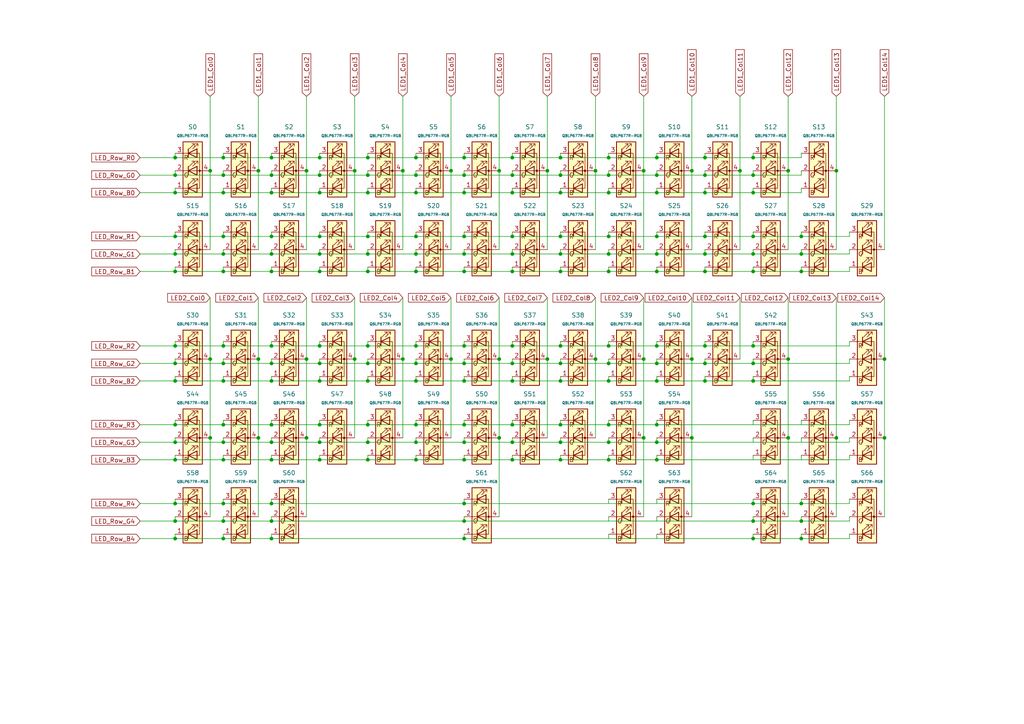
<source format=kicad_sch>
(kicad_sch (version 20211123) (generator eeschema)
  (paper "A4")
  (junction (at 120.65 105.41))
  (junction (at 74.93 127))
  (junction (at 148.59 78.74))
  (junction (at 200.66 104.14))
  (junction (at 228.6 127))
  (junction (at 78.74 78.74))
  (junction (at 204.47 50.8))
  (junction (at 148.59 128.27))
  (junction (at 74.93 49.53))
  (junction (at 88.9 127))
  (junction (at 176.53 110.49))
  (junction (at 134.62 151.13))
  (junction (at 50.8 100.33))
  (junction (at 204.47 100.33))
  (junction (at 106.68 50.8))
  (junction (at 232.41 151.13))
  (junction (at 102.87 104.14))
  (junction (at 214.63 49.53))
  (junction (at 162.56 100.33))
  (junction (at 218.44 55.88))
  (junction (at 190.5 68.58))
  (junction (at 92.71 78.74))
  (junction (at 116.84 49.53))
  (junction (at 218.44 105.41))
  (junction (at 242.57 49.53))
  (junction (at 232.41 78.74))
  (junction (at 60.96 127))
  (junction (at 148.59 110.49))
  (junction (at 92.71 45.72))
  (junction (at 50.8 146.05))
  (junction (at 64.77 100.33))
  (junction (at 106.68 133.35))
  (junction (at 218.44 151.13))
  (junction (at 162.56 78.74))
  (junction (at 148.59 55.88))
  (junction (at 218.44 73.66))
  (junction (at 50.8 151.13))
  (junction (at 134.62 110.49))
  (junction (at 176.53 68.58))
  (junction (at 106.68 78.74))
  (junction (at 50.8 128.27))
  (junction (at 64.77 151.13))
  (junction (at 134.62 50.8))
  (junction (at 120.65 68.58))
  (junction (at 190.5 78.74))
  (junction (at 162.56 45.72))
  (junction (at 120.65 123.19))
  (junction (at 64.77 128.27))
  (junction (at 162.56 110.49))
  (junction (at 232.41 68.58))
  (junction (at 50.8 45.72))
  (junction (at 242.57 127))
  (junction (at 120.65 50.8))
  (junction (at 92.71 68.58))
  (junction (at 148.59 100.33))
  (junction (at 106.68 73.66))
  (junction (at 78.74 123.19))
  (junction (at 74.93 104.14))
  (junction (at 162.56 128.27))
  (junction (at 60.96 49.53))
  (junction (at 190.5 73.66))
  (junction (at 64.77 105.41))
  (junction (at 176.53 50.8))
  (junction (at 162.56 50.8))
  (junction (at 158.75 49.53))
  (junction (at 64.77 68.58))
  (junction (at 204.47 78.74))
  (junction (at 78.74 50.8))
  (junction (at 134.62 78.74))
  (junction (at 162.56 73.66))
  (junction (at 162.56 68.58))
  (junction (at 204.47 45.72))
  (junction (at 162.56 133.35))
  (junction (at 190.5 45.72))
  (junction (at 78.74 45.72))
  (junction (at 92.71 133.35))
  (junction (at 78.74 68.58))
  (junction (at 218.44 110.49))
  (junction (at 106.68 123.19))
  (junction (at 134.62 68.58))
  (junction (at 172.72 49.53))
  (junction (at 64.77 133.35))
  (junction (at 218.44 100.33))
  (junction (at 106.68 55.88))
  (junction (at 92.71 55.88))
  (junction (at 218.44 68.58))
  (junction (at 204.47 105.41))
  (junction (at 190.5 128.27))
  (junction (at 176.53 105.41))
  (junction (at 120.65 73.66))
  (junction (at 218.44 50.8))
  (junction (at 120.65 55.88))
  (junction (at 120.65 110.49))
  (junction (at 50.8 156.21))
  (junction (at 78.74 151.13))
  (junction (at 204.47 55.88))
  (junction (at 130.81 49.53))
  (junction (at 134.62 156.21))
  (junction (at 204.47 68.58))
  (junction (at 50.8 68.58))
  (junction (at 218.44 146.05))
  (junction (at 256.54 104.14))
  (junction (at 130.81 104.14))
  (junction (at 92.71 123.19))
  (junction (at 134.62 123.19))
  (junction (at 134.62 100.33))
  (junction (at 148.59 68.58))
  (junction (at 92.71 73.66))
  (junction (at 78.74 105.41))
  (junction (at 64.77 55.88))
  (junction (at 200.66 49.53))
  (junction (at 106.68 45.72))
  (junction (at 218.44 156.21))
  (junction (at 148.59 105.41))
  (junction (at 176.53 45.72))
  (junction (at 144.78 127))
  (junction (at 64.77 156.21))
  (junction (at 200.66 127))
  (junction (at 176.53 73.66))
  (junction (at 186.69 49.53))
  (junction (at 176.53 128.27))
  (junction (at 64.77 78.74))
  (junction (at 144.78 104.14))
  (junction (at 172.72 104.14))
  (junction (at 50.8 123.19))
  (junction (at 176.53 100.33))
  (junction (at 64.77 50.8))
  (junction (at 92.71 100.33))
  (junction (at 148.59 73.66))
  (junction (at 134.62 133.35))
  (junction (at 64.77 123.19))
  (junction (at 88.9 49.53))
  (junction (at 134.62 146.05))
  (junction (at 88.9 104.14))
  (junction (at 162.56 123.19))
  (junction (at 232.41 73.66))
  (junction (at 148.59 50.8))
  (junction (at 162.56 105.41))
  (junction (at 50.8 105.41))
  (junction (at 78.74 156.21))
  (junction (at 50.8 55.88))
  (junction (at 190.5 100.33))
  (junction (at 102.87 49.53))
  (junction (at 176.53 55.88))
  (junction (at 134.62 45.72))
  (junction (at 78.74 146.05))
  (junction (at 106.68 110.49))
  (junction (at 106.68 105.41))
  (junction (at 78.74 73.66))
  (junction (at 120.65 78.74))
  (junction (at 190.5 110.49))
  (junction (at 64.77 73.66))
  (junction (at 92.71 128.27))
  (junction (at 106.68 128.27))
  (junction (at 232.41 156.21))
  (junction (at 116.84 104.14))
  (junction (at 176.53 133.35))
  (junction (at 176.53 123.19))
  (junction (at 64.77 146.05))
  (junction (at 190.5 105.41))
  (junction (at 92.71 110.49))
  (junction (at 50.8 73.66))
  (junction (at 228.6 104.14))
  (junction (at 218.44 45.72))
  (junction (at 158.75 104.14))
  (junction (at 144.78 49.53))
  (junction (at 50.8 133.35))
  (junction (at 134.62 55.88))
  (junction (at 148.59 45.72))
  (junction (at 92.71 50.8))
  (junction (at 186.69 127))
  (junction (at 120.65 133.35))
  (junction (at 148.59 123.19))
  (junction (at 120.65 45.72))
  (junction (at 190.5 50.8))
  (junction (at 106.68 68.58))
  (junction (at 176.53 78.74))
  (junction (at 204.47 110.49))
  (junction (at 120.65 128.27))
  (junction (at 204.47 73.66))
  (junction (at 64.77 45.72))
  (junction (at 232.41 146.05))
  (junction (at 78.74 128.27))
  (junction (at 162.56 55.88))
  (junction (at 190.5 123.19))
  (junction (at 218.44 78.74))
  (junction (at 148.59 133.35))
  (junction (at 120.65 100.33))
  (junction (at 60.96 104.14))
  (junction (at 78.74 110.49))
  (junction (at 134.62 128.27))
  (junction (at 134.62 105.41))
  (junction (at 50.8 50.8))
  (junction (at 50.8 110.49))
  (junction (at 50.8 78.74))
  (junction (at 78.74 55.88))
  (junction (at 134.62 73.66))
  (junction (at 190.5 55.88))
  (junction (at 78.74 100.33))
  (junction (at 78.74 133.35))
  (junction (at 228.6 49.53))
  (junction (at 106.68 100.33))
  (junction (at 64.77 110.49))
  (junction (at 92.71 105.41))
  (junction (at 186.69 104.14))
  (junction (at 190.5 133.35))
  (junction (at 256.54 127))
  (wire (pts (xy 162.56 110.49) (xy 176.53 110.49)))
  (wire (pts (xy 176.53 68.58) (xy 176.53 67.31)))
  (wire (pts (xy 92.71 133.35) (xy 106.68 133.35)))
  (wire (pts (xy 134.62 68.58) (xy 148.59 68.58)))
  (wire (pts (xy 78.74 68.58) (xy 78.74 67.31)))
  (wire (pts (xy 106.68 55.88) (xy 120.65 55.88)))
  (wire (pts (xy 246.38 110.49) (xy 246.38 109.22)))
  (wire (pts (xy 204.47 54.61) (xy 204.47 55.88)))
  (wire (pts (xy 232.41 44.45) (xy 232.41 45.72)))
  (wire (pts (xy 130.81 86.36) (xy 130.81 104.14)))
  (wire (pts (xy 190.5 133.35) (xy 190.5 132.08)))
  (wire (pts (xy 162.56 133.35) (xy 162.56 132.08)))
  (wire (pts (xy 162.56 44.45) (xy 162.56 45.72)))
  (wire (pts (xy 92.71 78.74) (xy 106.68 78.74)))
  (wire (pts (xy 120.65 110.49) (xy 134.62 110.49)))
  (wire (pts (xy 50.8 105.41) (xy 64.77 105.41)))
  (wire (pts (xy 134.62 110.49) (xy 148.59 110.49)))
  (wire (pts (xy 176.53 123.19) (xy 190.5 123.19)))
  (wire (pts (xy 148.59 78.74) (xy 148.59 77.47)))
  (wire (pts (xy 200.66 127) (xy 200.66 149.86)))
  (wire (pts (xy 218.44 55.88) (xy 232.41 55.88)))
  (wire (pts (xy 106.68 68.58) (xy 106.68 67.31)))
  (wire (pts (xy 106.68 100.33) (xy 106.68 99.06)))
  (wire (pts (xy 120.65 127) (xy 120.65 128.27)))
  (wire (pts (xy 92.71 105.41) (xy 106.68 105.41)))
  (wire (pts (xy 92.71 55.88) (xy 106.68 55.88)))
  (wire (pts (xy 148.59 68.58) (xy 148.59 67.31)))
  (wire (pts (xy 120.65 73.66) (xy 134.62 73.66)))
  (wire (pts (xy 228.6 104.14) (xy 228.6 127)))
  (wire (pts (xy 162.56 54.61) (xy 162.56 55.88)))
  (wire (pts (xy 64.77 100.33) (xy 78.74 100.33)))
  (wire (pts (xy 120.65 68.58) (xy 120.65 67.31)))
  (wire (pts (xy 148.59 68.58) (xy 162.56 68.58)))
  (wire (pts (xy 134.62 100.33) (xy 134.62 99.06)))
  (wire (pts (xy 232.41 78.74) (xy 246.38 78.74)))
  (wire (pts (xy 190.5 133.35) (xy 246.38 133.35)))
  (wire (pts (xy 190.5 78.74) (xy 204.47 78.74)))
  (wire (pts (xy 246.38 105.41) (xy 246.38 104.14)))
  (wire (pts (xy 144.78 127) (xy 144.78 149.86)))
  (wire (pts (xy 232.41 49.53) (xy 232.41 50.8)))
  (wire (pts (xy 148.59 110.49) (xy 162.56 110.49)))
  (wire (pts (xy 60.96 49.53) (xy 60.96 72.39)))
  (wire (pts (xy 172.72 27.94) (xy 172.72 49.53)))
  (wire (pts (xy 204.47 100.33) (xy 204.47 99.06)))
  (wire (pts (xy 162.56 45.72) (xy 176.53 45.72)))
  (wire (pts (xy 92.71 68.58) (xy 92.71 67.31)))
  (wire (pts (xy 64.77 151.13) (xy 78.74 151.13)))
  (wire (pts (xy 176.53 49.53) (xy 176.53 50.8)))
  (wire (pts (xy 40.64 45.72) (xy 50.8 45.72)))
  (wire (pts (xy 78.74 123.19) (xy 92.71 123.19)))
  (wire (pts (xy 92.71 133.35) (xy 92.71 132.08)))
  (wire (pts (xy 134.62 105.41) (xy 148.59 105.41)))
  (wire (pts (xy 218.44 156.21) (xy 218.44 154.94)))
  (wire (pts (xy 218.44 105.41) (xy 246.38 105.41)))
  (wire (pts (xy 190.5 73.66) (xy 190.5 72.39)))
  (wire (pts (xy 162.56 104.14) (xy 162.56 105.41)))
  (wire (pts (xy 162.56 73.66) (xy 176.53 73.66)))
  (wire (pts (xy 120.65 123.19) (xy 134.62 123.19)))
  (wire (pts (xy 204.47 104.14) (xy 204.47 105.41)))
  (wire (pts (xy 218.44 45.72) (xy 232.41 45.72)))
  (wire (pts (xy 218.44 44.45) (xy 218.44 45.72)))
  (wire (pts (xy 116.84 49.53) (xy 116.84 72.39)))
  (wire (pts (xy 232.41 151.13) (xy 246.38 151.13)))
  (wire (pts (xy 148.59 44.45) (xy 148.59 45.72)))
  (wire (pts (xy 144.78 27.94) (xy 144.78 49.53)))
  (wire (pts (xy 218.44 100.33) (xy 218.44 99.06)))
  (wire (pts (xy 162.56 123.19) (xy 176.53 123.19)))
  (wire (pts (xy 176.53 104.14) (xy 176.53 105.41)))
  (wire (pts (xy 148.59 50.8) (xy 162.56 50.8)))
  (wire (pts (xy 64.77 78.74) (xy 78.74 78.74)))
  (wire (pts (xy 218.44 151.13) (xy 232.41 151.13)))
  (wire (pts (xy 78.74 50.8) (xy 92.71 50.8)))
  (wire (pts (xy 134.62 73.66) (xy 148.59 73.66)))
  (wire (pts (xy 78.74 110.49) (xy 78.74 109.22)))
  (wire (pts (xy 134.62 73.66) (xy 134.62 72.39)))
  (wire (pts (xy 64.77 123.19) (xy 64.77 121.92)))
  (wire (pts (xy 176.53 55.88) (xy 190.5 55.88)))
  (wire (pts (xy 218.44 54.61) (xy 218.44 55.88)))
  (wire (pts (xy 60.96 104.14) (xy 60.96 127)))
  (wire (pts (xy 88.9 49.53) (xy 88.9 72.39)))
  (wire (pts (xy 78.74 156.21) (xy 78.74 154.94)))
  (wire (pts (xy 176.53 54.61) (xy 176.53 55.88)))
  (wire (pts (xy 246.38 151.13) (xy 246.38 149.86)))
  (wire (pts (xy 64.77 110.49) (xy 64.77 109.22)))
  (wire (pts (xy 74.93 86.36) (xy 74.93 104.14)))
  (wire (pts (xy 204.47 50.8) (xy 218.44 50.8)))
  (wire (pts (xy 88.9 127) (xy 88.9 149.86)))
  (wire (pts (xy 190.5 68.58) (xy 190.5 67.31)))
  (wire (pts (xy 120.65 100.33) (xy 134.62 100.33)))
  (wire (pts (xy 176.53 68.58) (xy 190.5 68.58)))
  (wire (pts (xy 232.41 78.74) (xy 232.41 77.47)))
  (wire (pts (xy 148.59 128.27) (xy 162.56 128.27)))
  (wire (pts (xy 92.71 123.19) (xy 106.68 123.19)))
  (wire (pts (xy 134.62 45.72) (xy 148.59 45.72)))
  (wire (pts (xy 120.65 44.45) (xy 120.65 45.72)))
  (wire (pts (xy 134.62 78.74) (xy 148.59 78.74)))
  (wire (pts (xy 74.93 127) (xy 74.93 149.86)))
  (wire (pts (xy 40.64 123.19) (xy 50.8 123.19)))
  (wire (pts (xy 246.38 100.33) (xy 246.38 99.06)))
  (wire (pts (xy 50.8 78.74) (xy 50.8 77.47)))
  (wire (pts (xy 162.56 78.74) (xy 162.56 77.47)))
  (wire (pts (xy 92.71 73.66) (xy 92.71 72.39)))
  (wire (pts (xy 148.59 123.19) (xy 162.56 123.19)))
  (wire (pts (xy 134.62 127) (xy 134.62 128.27)))
  (wire (pts (xy 242.57 49.53) (xy 242.57 72.39)))
  (wire (pts (xy 50.8 100.33) (xy 64.77 100.33)))
  (wire (pts (xy 106.68 133.35) (xy 120.65 133.35)))
  (wire (pts (xy 246.38 156.21) (xy 246.38 154.94)))
  (wire (pts (xy 134.62 133.35) (xy 148.59 133.35)))
  (wire (pts (xy 218.44 149.86) (xy 218.44 151.13)))
  (wire (pts (xy 256.54 104.14) (xy 256.54 127)))
  (wire (pts (xy 176.53 100.33) (xy 176.53 99.06)))
  (wire (pts (xy 148.59 49.53) (xy 148.59 50.8)))
  (wire (pts (xy 78.74 100.33) (xy 78.74 99.06)))
  (wire (pts (xy 92.71 123.19) (xy 92.71 121.92)))
  (wire (pts (xy 92.71 68.58) (xy 106.68 68.58)))
  (wire (pts (xy 148.59 123.19) (xy 148.59 121.92)))
  (wire (pts (xy 64.77 49.53) (xy 64.77 50.8)))
  (wire (pts (xy 92.71 128.27) (xy 106.68 128.27)))
  (wire (pts (xy 106.68 110.49) (xy 106.68 109.22)))
  (wire (pts (xy 190.5 144.78) (xy 190.5 146.05)))
  (wire (pts (xy 190.5 68.58) (xy 204.47 68.58)))
  (wire (pts (xy 176.53 127) (xy 176.53 128.27)))
  (wire (pts (xy 130.81 27.94) (xy 130.81 49.53)))
  (wire (pts (xy 78.74 105.41) (xy 92.71 105.41)))
  (wire (pts (xy 162.56 133.35) (xy 176.53 133.35)))
  (wire (pts (xy 64.77 78.74) (xy 64.77 77.47)))
  (wire (pts (xy 242.57 86.36) (xy 242.57 127)))
  (wire (pts (xy 116.84 86.36) (xy 116.84 104.14)))
  (wire (pts (xy 64.77 128.27) (xy 78.74 128.27)))
  (wire (pts (xy 176.53 110.49) (xy 190.5 110.49)))
  (wire (pts (xy 78.74 54.61) (xy 78.74 55.88)))
  (wire (pts (xy 204.47 78.74) (xy 218.44 78.74)))
  (wire (pts (xy 74.93 49.53) (xy 74.93 72.39)))
  (wire (pts (xy 64.77 133.35) (xy 78.74 133.35)))
  (wire (pts (xy 172.72 104.14) (xy 172.72 127)))
  (wire (pts (xy 92.71 100.33) (xy 92.71 99.06)))
  (wire (pts (xy 158.75 27.94) (xy 158.75 49.53)))
  (wire (pts (xy 190.5 45.72) (xy 204.47 45.72)))
  (wire (pts (xy 214.63 86.36) (xy 214.63 104.14)))
  (wire (pts (xy 186.69 104.14) (xy 186.69 127)))
  (wire (pts (xy 40.64 55.88) (xy 50.8 55.88)))
  (wire (pts (xy 106.68 127) (xy 106.68 128.27)))
  (wire (pts (xy 148.59 54.61) (xy 148.59 55.88)))
  (wire (pts (xy 228.6 86.36) (xy 228.6 104.14)))
  (wire (pts (xy 40.64 105.41) (xy 50.8 105.41)))
  (wire (pts (xy 246.38 128.27) (xy 246.38 127)))
  (wire (pts (xy 106.68 128.27) (xy 120.65 128.27)))
  (wire (pts (xy 218.44 156.21) (xy 232.41 156.21)))
  (wire (pts (xy 64.77 123.19) (xy 78.74 123.19)))
  (wire (pts (xy 190.5 110.49) (xy 204.47 110.49)))
  (wire (pts (xy 134.62 55.88) (xy 148.59 55.88)))
  (wire (pts (xy 92.71 73.66) (xy 106.68 73.66)))
  (wire (pts (xy 190.5 78.74) (xy 190.5 77.47)))
  (wire (pts (xy 78.74 123.19) (xy 78.74 121.92)))
  (wire (pts (xy 134.62 110.49) (xy 134.62 109.22)))
  (wire (pts (xy 92.71 45.72) (xy 106.68 45.72)))
  (wire (pts (xy 120.65 105.41) (xy 134.62 105.41)))
  (wire (pts (xy 92.71 54.61) (xy 92.71 55.88)))
  (wire (pts (xy 218.44 146.05) (xy 232.41 146.05)))
  (wire (pts (xy 92.71 78.74) (xy 92.71 77.47)))
  (wire (pts (xy 78.74 127) (xy 78.74 128.27)))
  (wire (pts (xy 40.64 50.8) (xy 50.8 50.8)))
  (wire (pts (xy 40.64 156.21) (xy 50.8 156.21)))
  (wire (pts (xy 144.78 49.53) (xy 144.78 72.39)))
  (wire (pts (xy 172.72 49.53) (xy 172.72 72.39)))
  (wire (pts (xy 176.53 78.74) (xy 190.5 78.74)))
  (wire (pts (xy 78.74 156.21) (xy 134.62 156.21)))
  (wire (pts (xy 204.47 73.66) (xy 204.47 72.39)))
  (wire (pts (xy 148.59 104.14) (xy 148.59 105.41)))
  (wire (pts (xy 228.6 27.94) (xy 228.6 49.53)))
  (wire (pts (xy 204.47 55.88) (xy 218.44 55.88)))
  (wire (pts (xy 106.68 133.35) (xy 106.68 132.08)))
  (wire (pts (xy 162.56 49.53) (xy 162.56 50.8)))
  (wire (pts (xy 102.87 104.14) (xy 102.87 127)))
  (wire (pts (xy 148.59 100.33) (xy 162.56 100.33)))
  (wire (pts (xy 64.77 45.72) (xy 78.74 45.72)))
  (wire (pts (xy 50.8 68.58) (xy 50.8 67.31)))
  (wire (pts (xy 232.41 156.21) (xy 232.41 154.94)))
  (wire (pts (xy 218.44 100.33) (xy 246.38 100.33)))
  (wire (pts (xy 134.62 100.33) (xy 148.59 100.33)))
  (wire (pts (xy 120.65 55.88) (xy 134.62 55.88)))
  (wire (pts (xy 40.64 73.66) (xy 50.8 73.66)))
  (wire (pts (xy 50.8 156.21) (xy 50.8 154.94)))
  (wire (pts (xy 64.77 146.05) (xy 64.77 144.78)))
  (wire (pts (xy 64.77 68.58) (xy 64.77 67.31)))
  (wire (pts (xy 218.44 133.35) (xy 218.44 132.08)))
  (wire (pts (xy 176.53 100.33) (xy 190.5 100.33)))
  (wire (pts (xy 50.8 151.13) (xy 64.77 151.13)))
  (wire (pts (xy 190.5 49.53) (xy 190.5 50.8)))
  (wire (pts (xy 190.5 123.19) (xy 190.5 121.92)))
  (wire (pts (xy 134.62 146.05) (xy 218.44 146.05)))
  (wire (pts (xy 74.93 104.14) (xy 74.93 127)))
  (wire (pts (xy 246.38 78.74) (xy 246.38 77.47)))
  (wire (pts (xy 78.74 146.05) (xy 134.62 146.05)))
  (wire (pts (xy 218.44 68.58) (xy 232.41 68.58)))
  (wire (pts (xy 78.74 133.35) (xy 92.71 133.35)))
  (wire (pts (xy 130.81 104.14) (xy 130.81 127)))
  (wire (pts (xy 218.44 78.74) (xy 232.41 78.74)))
  (wire (pts (xy 64.77 55.88) (xy 78.74 55.88)))
  (wire (pts (xy 204.47 78.74) (xy 204.47 77.47)))
  (wire (pts (xy 204.47 105.41) (xy 218.44 105.41)))
  (wire (pts (xy 232.41 68.58) (xy 232.41 67.31)))
  (wire (pts (xy 218.44 50.8) (xy 232.41 50.8)))
  (wire (pts (xy 148.59 55.88) (xy 162.56 55.88)))
  (wire (pts (xy 158.75 86.36) (xy 158.75 104.14)))
  (wire (pts (xy 190.5 149.86) (xy 190.5 151.13)))
  (wire (pts (xy 214.63 49.53) (xy 214.63 72.39)))
  (wire (pts (xy 106.68 110.49) (xy 120.65 110.49)))
  (wire (pts (xy 64.77 73.66) (xy 64.77 72.39)))
  (wire (pts (xy 190.5 73.66) (xy 204.47 73.66)))
  (wire (pts (xy 64.77 105.41) (xy 78.74 105.41)))
  (wire (pts (xy 116.84 104.14) (xy 116.84 127)))
  (wire (pts (xy 246.38 68.58) (xy 246.38 67.31)))
  (wire (pts (xy 106.68 73.66) (xy 120.65 73.66)))
  (wire (pts (xy 176.53 128.27) (xy 190.5 128.27)))
  (wire (pts (xy 50.8 110.49) (xy 50.8 109.22)))
  (wire (pts (xy 64.77 73.66) (xy 78.74 73.66)))
  (wire (pts (xy 106.68 78.74) (xy 106.68 77.47)))
  (wire (pts (xy 176.53 73.66) (xy 176.53 72.39)))
  (wire (pts (xy 88.9 104.14) (xy 88.9 127)))
  (wire (pts (xy 148.59 127) (xy 148.59 128.27)))
  (wire (pts (xy 106.68 78.74) (xy 120.65 78.74)))
  (wire (pts (xy 148.59 110.49) (xy 148.59 109.22)))
  (wire (pts (xy 50.8 55.88) (xy 64.77 55.88)))
  (wire (pts (xy 176.53 110.49) (xy 176.53 109.22)))
  (wire (pts (xy 176.53 156.21) (xy 176.53 154.94)))
  (wire (pts (xy 50.8 44.45) (xy 50.8 45.72)))
  (wire (pts (xy 40.64 78.74) (xy 50.8 78.74)))
  (wire (pts (xy 78.74 110.49) (xy 92.71 110.49)))
  (wire (pts (xy 106.68 123.19) (xy 106.68 121.92)))
  (wire (pts (xy 204.47 68.58) (xy 204.47 67.31)))
  (wire (pts (xy 228.6 49.53) (xy 228.6 72.39)))
  (wire (pts (xy 134.62 68.58) (xy 134.62 67.31)))
  (wire (pts (xy 186.69 127) (xy 186.69 149.86)))
  (wire (pts (xy 106.68 105.41) (xy 120.65 105.41)))
  (wire (pts (xy 190.5 50.8) (xy 204.47 50.8)))
  (wire (pts (xy 50.8 149.86) (xy 50.8 151.13)))
  (wire (pts (xy 204.47 110.49) (xy 218.44 110.49)))
  (wire (pts (xy 134.62 49.53) (xy 134.62 50.8)))
  (wire (pts (xy 92.71 44.45) (xy 92.71 45.72)))
  (wire (pts (xy 40.64 68.58) (xy 50.8 68.58)))
  (wire (pts (xy 64.77 156.21) (xy 64.77 154.94)))
  (wire (pts (xy 176.53 78.74) (xy 176.53 77.47)))
  (wire (pts (xy 50.8 78.74) (xy 64.77 78.74)))
  (wire (pts (xy 176.53 133.35) (xy 176.53 132.08)))
  (wire (pts (xy 232.41 123.19) (xy 232.41 121.92)))
  (wire (pts (xy 106.68 68.58) (xy 120.65 68.58)))
  (wire (pts (xy 78.74 133.35) (xy 78.74 132.08)))
  (wire (pts (xy 218.44 127) (xy 218.44 128.27)))
  (wire (pts (xy 190.5 105.41) (xy 204.47 105.41)))
  (wire (pts (xy 204.47 49.53) (xy 204.47 50.8)))
  (wire (pts (xy 64.77 149.86) (xy 64.77 151.13)))
  (wire (pts (xy 218.44 73.66) (xy 232.41 73.66)))
  (wire (pts (xy 134.62 104.14) (xy 134.62 105.41)))
  (wire (pts (xy 176.53 123.19) (xy 176.53 121.92)))
  (wire (pts (xy 176.53 146.05) (xy 176.53 144.78)))
  (wire (pts (xy 64.77 100.33) (xy 64.77 99.06)))
  (wire (pts (xy 106.68 123.19) (xy 120.65 123.19)))
  (wire (pts (xy 40.64 128.27) (xy 50.8 128.27)))
  (wire (pts (xy 60.96 86.36) (xy 60.96 104.14)))
  (wire (pts (xy 218.44 110.49) (xy 246.38 110.49)))
  (wire (pts (xy 144.78 104.14) (xy 144.78 127)))
  (wire (pts (xy 50.8 128.27) (xy 64.77 128.27)))
  (wire (pts (xy 148.59 133.35) (xy 162.56 133.35)))
  (wire (pts (xy 120.65 45.72) (xy 134.62 45.72)))
  (wire (pts (xy 256.54 27.94) (xy 256.54 72.39)))
  (wire (pts (xy 120.65 110.49) (xy 120.65 109.22)))
  (wire (pts (xy 106.68 104.14) (xy 106.68 105.41)))
  (wire (pts (xy 50.8 100.33) (xy 50.8 99.06)))
  (wire (pts (xy 204.47 68.58) (xy 218.44 68.58)))
  (wire (pts (xy 50.8 49.53) (xy 50.8 50.8)))
  (wire (pts (xy 64.77 156.21) (xy 78.74 156.21)))
  (wire (pts (xy 78.74 128.27) (xy 92.71 128.27)))
  (wire (pts (xy 50.8 73.66) (xy 64.77 73.66)))
  (wire (pts (xy 64.77 68.58) (xy 78.74 68.58)))
  (wire (pts (xy 50.8 146.05) (xy 50.8 144.78)))
  (wire (pts (xy 106.68 100.33) (xy 120.65 100.33)))
  (wire (pts (xy 78.74 149.86) (xy 78.74 151.13)))
  (wire (pts (xy 176.53 73.66) (xy 190.5 73.66)))
  (wire (pts (xy 50.8 104.14) (xy 50.8 105.41)))
  (wire (pts (xy 120.65 49.53) (xy 120.65 50.8)))
  (wire (pts (xy 148.59 73.66) (xy 162.56 73.66)))
  (wire (pts (xy 134.62 133.35) (xy 134.62 132.08)))
  (wire (pts (xy 120.65 100.33) (xy 120.65 99.06)))
  (wire (pts (xy 148.59 73.66) (xy 148.59 72.39)))
  (wire (pts (xy 64.77 110.49) (xy 78.74 110.49)))
  (wire (pts (xy 120.65 128.27) (xy 134.62 128.27)))
  (wire (pts (xy 162.56 68.58) (xy 176.53 68.58)))
  (wire (pts (xy 134.62 146.05) (xy 134.62 144.78)))
  (wire (pts (xy 176.53 105.41) (xy 190.5 105.41)))
  (wire (pts (xy 60.96 127) (xy 60.96 149.86)))
  (wire (pts (xy 190.5 128.27) (xy 246.38 128.27)))
  (wire (pts (xy 232.41 73.66) (xy 232.41 72.39)))
  (wire (pts (xy 92.71 49.53) (xy 92.71 50.8)))
  (wire (pts (xy 106.68 54.61) (xy 106.68 55.88)))
  (wire (pts (xy 78.74 78.74) (xy 92.71 78.74)))
  (wire (pts (xy 190.5 100.33) (xy 204.47 100.33)))
  (wire (pts (xy 162.56 100.33) (xy 162.56 99.06)))
  (wire (pts (xy 78.74 55.88) (xy 92.71 55.88)))
  (wire (pts (xy 190.5 54.61) (xy 190.5 55.88)))
  (wire (pts (xy 232.41 146.05) (xy 232.41 144.78)))
  (wire (pts (xy 120.65 68.58) (xy 134.62 68.58)))
  (wire (pts (xy 92.71 127) (xy 92.71 128.27)))
  (wire (pts (xy 120.65 78.74) (xy 120.65 77.47)))
  (wire (pts (xy 102.87 27.94) (xy 102.87 49.53)))
  (wire (pts (xy 256.54 86.36) (xy 256.54 104.14)))
  (wire (pts (xy 162.56 78.74) (xy 176.53 78.74)))
  (wire (pts (xy 190.5 154.94) (xy 190.5 156.21)))
  (wire (pts (xy 120.65 54.61) (xy 120.65 55.88)))
  (wire (pts (xy 78.74 146.05) (xy 78.74 144.78)))
  (wire (pts (xy 40.64 100.33) (xy 50.8 100.33)))
  (wire (pts (xy 64.77 127) (xy 64.77 128.27)))
  (wire (pts (xy 186.69 27.94) (xy 186.69 49.53)))
  (wire (pts (xy 176.53 50.8) (xy 190.5 50.8)))
  (wire (pts (xy 246.38 133.35) (xy 246.38 132.08)))
  (wire (pts (xy 162.56 100.33) (xy 176.53 100.33)))
  (wire (pts (xy 134.62 149.86) (xy 134.62 151.13)))
  (wire (pts (xy 92.71 50.8) (xy 106.68 50.8)))
  (wire (pts (xy 162.56 123.19) (xy 162.56 121.92)))
  (wire (pts (xy 176.53 149.86) (xy 176.53 151.13)))
  (wire (pts (xy 162.56 105.41) (xy 176.53 105.41)))
  (wire (pts (xy 50.8 68.58) (xy 64.77 68.58)))
  (wire (pts (xy 232.41 73.66) (xy 246.38 73.66)))
  (wire (pts (xy 106.68 73.66) (xy 106.68 72.39)))
  (wire (pts (xy 148.59 78.74) (xy 162.56 78.74)))
  (wire (pts (xy 148.59 45.72) (xy 162.56 45.72)))
  (wire (pts (xy 50.8 133.35) (xy 50.8 132.08)))
  (wire (pts (xy 144.78 86.36) (xy 144.78 104.14)))
  (wire (pts (xy 50.8 50.8) (xy 64.77 50.8)))
  (wire (pts (xy 120.65 50.8) (xy 134.62 50.8)))
  (wire (pts (xy 218.44 104.14) (xy 218.44 105.41)))
  (wire (pts (xy 50.8 110.49) (xy 64.77 110.49)))
  (wire (pts (xy 172.72 86.36) (xy 172.72 104.14)))
  (wire (pts (xy 88.9 86.36) (xy 88.9 104.14)))
  (wire (pts (xy 40.64 146.05) (xy 50.8 146.05)))
  (wire (pts (xy 78.74 100.33) (xy 92.71 100.33)))
  (wire (pts (xy 246.38 123.19) (xy 246.38 121.92)))
  (wire (pts (xy 50.8 54.61) (xy 50.8 55.88)))
  (wire (pts (xy 204.47 100.33) (xy 218.44 100.33)))
  (wire (pts (xy 88.9 27.94) (xy 88.9 49.53)))
  (wire (pts (xy 148.59 133.35) (xy 148.59 132.08)))
  (wire (pts (xy 200.66 49.53) (xy 200.66 72.39)))
  (wire (pts (xy 78.74 104.14) (xy 78.74 105.41)))
  (wire (pts (xy 120.65 78.74) (xy 134.62 78.74)))
  (wire (pts (xy 232.41 54.61) (xy 232.41 55.88)))
  (wire (pts (xy 232.41 133.35) (xy 232.41 132.08)))
  (wire (pts (xy 120.65 104.14) (xy 120.65 105.41)))
  (wire (pts (xy 50.8 123.19) (xy 50.8 121.92)))
  (wire (pts (xy 204.47 44.45) (xy 204.47 45.72)))
  (wire (pts (xy 50.8 123.19) (xy 64.77 123.19)))
  (wire (pts (xy 64.77 146.05) (xy 78.74 146.05)))
  (wire (pts (xy 92.71 110.49) (xy 106.68 110.49)))
  (wire (pts (xy 102.87 49.53) (xy 102.87 72.39)))
  (wire (pts (xy 134.62 156.21) (xy 218.44 156.21)))
  (wire (pts (xy 78.74 78.74) (xy 78.74 77.47)))
  (wire (pts (xy 148.59 105.41) (xy 162.56 105.41)))
  (wire (pts (xy 106.68 49.53) (xy 106.68 50.8)))
  (wire (pts (xy 190.5 100.33) (xy 190.5 99.06)))
  (wire (pts (xy 162.56 128.27) (xy 176.53 128.27)))
  (wire (pts (xy 106.68 44.45) (xy 106.68 45.72)))
  (wire (pts (xy 134.62 123.19) (xy 148.59 123.19)))
  (wire (pts (xy 50.8 156.21) (xy 64.77 156.21)))
  (wire (pts (xy 120.65 123.19) (xy 120.65 121.92)))
  (wire (pts (xy 134.62 151.13) (xy 218.44 151.13)))
  (wire (pts (xy 106.68 50.8) (xy 120.65 50.8)))
  (wire (pts (xy 40.64 151.13) (xy 50.8 151.13)))
  (wire (pts (xy 134.62 50.8) (xy 148.59 50.8)))
  (wire (pts (xy 200.66 104.14) (xy 200.66 127)))
  (wire (pts (xy 162.56 110.49) (xy 162.56 109.22)))
  (wire (pts (xy 200.66 86.36) (xy 200.66 104.14)))
  (wire (pts (xy 242.57 127) (xy 242.57 149.86)))
  (wire (pts (xy 120.65 73.66) (xy 120.65 72.39)))
  (wire (pts (xy 64.77 50.8) (xy 78.74 50.8)))
  (wire (pts (xy 148.59 100.33) (xy 148.59 99.06)))
  (wire (pts (xy 158.75 49.53) (xy 158.75 72.39)))
  (wire (pts (xy 134.62 123.19) (xy 134.62 121.92)))
  (wire (pts (xy 232.41 156.21) (xy 246.38 156.21)))
  (wire (pts (xy 158.75 104.14) (xy 158.75 127)))
  (wire (pts (xy 190.5 104.14) (xy 190.5 105.41)))
  (wire (pts (xy 190.5 127) (xy 190.5 128.27)))
  (wire (pts (xy 218.44 146.05) (xy 218.44 144.78)))
  (wire (pts (xy 162.56 127) (xy 162.56 128.27)))
  (wire (pts (xy 162.56 50.8) (xy 176.53 50.8)))
  (wire (pts (xy 64.77 104.14) (xy 64.77 105.41)))
  (wire (pts (xy 232.41 149.86) (xy 232.41 151.13)))
  (wire (pts (xy 204.47 73.66) (xy 218.44 73.66)))
  (wire (pts (xy 60.96 27.94) (xy 60.96 49.53)))
  (wire (pts (xy 50.8 146.05) (xy 64.77 146.05)))
  (wire (pts (xy 176.53 45.72) (xy 190.5 45.72)))
  (wire (pts (xy 92.71 110.49) (xy 92.71 109.22)))
  (wire (pts (xy 134.62 54.61) (xy 134.62 55.88)))
  (wire (pts (xy 116.84 27.94) (xy 116.84 49.53)))
  (wire (pts (xy 176.53 133.35) (xy 190.5 133.35)))
  (wire (pts (xy 162.56 73.66) (xy 162.56 72.39)))
  (wire (pts (xy 92.71 104.14) (xy 92.71 105.41)))
  (wire (pts (xy 218.44 73.66) (xy 218.44 72.39)))
  (wire (pts (xy 134.62 156.21) (xy 134.62 154.94)))
  (wire (pts (xy 50.8 127) (xy 50.8 128.27)))
  (wire (pts (xy 190.5 123.19) (xy 246.38 123.19)))
  (wire (pts (xy 78.74 68.58) (xy 92.71 68.58)))
  (wire (pts (xy 176.53 44.45) (xy 176.53 45.72)))
  (wire (pts (xy 134.62 78.74) (xy 134.62 77.47)))
  (wire (pts (xy 50.8 45.72) (xy 64.77 45.72)))
  (wire (pts (xy 228.6 127) (xy 228.6 149.86)))
  (wire (pts (xy 134.62 44.45) (xy 134.62 45.72)))
  (wire (pts (xy 232.41 68.58) (xy 246.38 68.58)))
  (wire (pts (xy 106.68 45.72) (xy 120.65 45.72)))
  (wire (pts (xy 232.41 127) (xy 232.41 128.27)))
  (wire (pts (xy 218.44 68.58) (xy 218.44 67.31)))
  (wire (pts (xy 246.38 146.05) (xy 246.38 144.78)))
  (wire (pts (xy 64.77 54.61) (xy 64.77 55.88)))
  (wire (pts (xy 64.77 44.45) (xy 64.77 45.72)))
  (wire (pts (xy 50.8 73.66) (xy 50.8 72.39)))
  (wire (pts (xy 120.65 133.35) (xy 120.65 132.08)))
  (wire (pts (xy 218.44 123.19) (xy 218.44 121.92)))
  (wire (pts (xy 78.74 49.53) (xy 78.74 50.8)))
  (wire (pts (xy 120.65 133.35) (xy 134.62 133.35)))
  (wire (pts (xy 64.77 133.35) (xy 64.77 132.08)))
  (wire (pts (xy 256.54 127) (xy 256.54 149.86)))
  (wire (pts (xy 246.38 73.66) (xy 246.38 72.39)))
  (wire (pts (xy 162.56 55.88) (xy 176.53 55.88)))
  (wire (pts (xy 232.41 146.05) (xy 246.38 146.05)))
  (wire (pts (xy 74.93 27.94) (xy 74.93 49.53)))
  (wire (pts (xy 186.69 49.53) (xy 186.69 72.39)))
  (wire (pts (xy 200.66 27.94) (xy 200.66 49.53)))
  (wire (pts (xy 78.74 73.66) (xy 92.71 73.66)))
  (wire (pts (xy 218.44 78.74) (xy 218.44 77.47)))
  (wire (pts (xy 190.5 44.45) (xy 190.5 45.72)))
  (wire (pts (xy 78.74 44.45) (xy 78.74 45.72)))
  (wire (pts (xy 162.56 68.58) (xy 162.56 67.31)))
  (wire (pts (xy 204.47 110.49) (xy 204.47 109.22)))
  (wire (pts (xy 218.44 110.49) (xy 218.44 109.22)))
  (wire (pts (xy 40.64 133.35) (xy 50.8 133.35)))
  (wire (pts (xy 190.5 55.88) (xy 204.47 55.88)))
  (wire (pts (xy 218.44 49.53) (xy 218.44 50.8)))
  (wire (pts (xy 214.63 27.94) (xy 214.63 49.53)))
  (wire (pts (xy 50.8 133.35) (xy 64.77 133.35)))
  (wire (pts (xy 134.62 128.27) (xy 148.59 128.27)))
  (wire (pts (xy 78.74 151.13) (xy 134.62 151.13)))
  (wire (pts (xy 40.64 110.49) (xy 50.8 110.49)))
  (wire (pts (xy 204.47 45.72) (xy 218.44 45.72)))
  (wire (pts (xy 78.74 73.66) (xy 78.74 72.39)))
  (wire (pts (xy 190.5 110.49) (xy 190.5 109.22)))
  (wire (pts (xy 130.81 49.53) (xy 130.81 72.39)))
  (wire (pts (xy 242.57 27.94) (xy 242.57 49.53)))
  (wire (pts (xy 92.71 100.33) (xy 106.68 100.33)))
  (wire (pts (xy 102.87 86.36) (xy 102.87 104.14)))
  (wire (pts (xy 78.74 45.72) (xy 92.71 45.72)))
  (wire (pts (xy 186.69 86.36) (xy 186.69 104.14)))
  (global_label "LED1_Col5" (shape input) (at 130.81 27.94 90) (property "Intersheet References" "${INTERSHEET_REFS}" (effects hide)))
  (global_label "LED1_Col4" (shape input) (at 116.84 27.94 90) (property "Intersheet References" "${INTERSHEET_REFS}" (effects hide)))
  (global_label "LED1_Col14" (shape input) (at 256.54 27.94 90) (property "Intersheet References" "${INTERSHEET_REFS}" (effects hide)))
  (global_label "LED1_Col6" (shape input) (at 144.78 27.94 90) (property "Intersheet References" "${INTERSHEET_REFS}" (effects hide)))
  (global_label "LED1_Col1" (shape input) (at 74.93 27.94 90) (property "Intersheet References" "${INTERSHEET_REFS}" (effects hide)))
  (global_label "LED1_Col7" (shape input) (at 158.75 27.94 90) (property "Intersheet References" "${INTERSHEET_REFS}" (effects hide)))
  (global_label "LED_Row_G2" (shape input) (at 40.64 105.41 180) (property "Intersheet References" "${INTERSHEET_REFS}" (effects hide)))
  (global_label "LED_Row_R1" (shape input) (at 40.64 68.58 180) (property "Intersheet References" "${INTERSHEET_REFS}" (effects hide)))
  (global_label "LED2_Col7" (shape input) (at 158.75 86.36 180) (property "Intersheet References" "${INTERSHEET_REFS}" (effects hide)))
  (global_label "LED_Row_R4" (shape input) (at 40.64 146.05 180) (property "Intersheet References" "${INTERSHEET_REFS}" (effects hide)))
  (global_label "LED2_Col13" (shape input) (at 242.57 86.36 180) (property "Intersheet References" "${INTERSHEET_REFS}" (effects hide)))
  (global_label "LED2_Col6" (shape input) (at 144.78 86.36 180) (property "Intersheet References" "${INTERSHEET_REFS}" (effects hide)))
  (global_label "LED2_Col2" (shape input) (at 88.9 86.36 180) (property "Intersheet References" "${INTERSHEET_REFS}" (effects hide)))
  (global_label "LED1_Col12" (shape input) (at 228.6 27.94 90) (property "Intersheet References" "${INTERSHEET_REFS}" (effects hide)))
  (global_label "LED_Row_B3" (shape input) (at 40.64 133.35 180) (property "Intersheet References" "${INTERSHEET_REFS}" (effects hide)))
  (global_label "LED_Row_B4" (shape input) (at 40.64 156.21 180) (property "Intersheet References" "${INTERSHEET_REFS}" (effects hide)))
  (global_label "LED2_Col10" (shape input) (at 200.66 86.36 180) (property "Intersheet References" "${INTERSHEET_REFS}" (effects hide)))
  (global_label "LED1_Col10" (shape input) (at 200.66 27.94 90) (property "Intersheet References" "${INTERSHEET_REFS}" (effects hide)))
  (global_label "LED_Row_G1" (shape input) (at 40.64 73.66 180) (property "Intersheet References" "${INTERSHEET_REFS}" (effects hide)))
  (global_label "LED_Row_G3" (shape input) (at 40.64 128.27 180) (property "Intersheet References" "${INTERSHEET_REFS}" (effects hide)))
  (global_label "LED_Row_B2" (shape input) (at 40.64 110.49 180) (property "Intersheet References" "${INTERSHEET_REFS}" (effects hide)))
  (global_label "LED_Row_G0" (shape input) (at 40.64 50.8 180) (property "Intersheet References" "${INTERSHEET_REFS}" (effects hide)))
  (global_label "LED2_Col11" (shape input) (at 214.63 86.36 180) (property "Intersheet References" "${INTERSHEET_REFS}" (effects hide)))
  (global_label "LED2_Col9" (shape input) (at 186.69 86.36 180) (property "Intersheet References" "${INTERSHEET_REFS}" (effects hide)))
  (global_label "LED1_Col13" (shape input) (at 242.57 27.94 90) (property "Intersheet References" "${INTERSHEET_REFS}" (effects hide)))
  (global_label "LED1_Col9" (shape input) (at 186.69 27.94 90) (property "Intersheet References" "${INTERSHEET_REFS}" (effects hide)))
  (global_label "LED1_Col11" (shape input) (at 214.63 27.94 90) (property "Intersheet References" "${INTERSHEET_REFS}" (effects hide)))
  (global_label "LED1_Col0" (shape input) (at 60.96 27.94 90) (property "Intersheet References" "${INTERSHEET_REFS}" (effects hide)))
  (global_label "LED_Row_B1" (shape input) (at 40.64 78.74 180) (property "Intersheet References" "${INTERSHEET_REFS}" (effects hide)))
  (global_label "LED_Row_B0" (shape input) (at 40.64 55.88 180) (property "Intersheet References" "${INTERSHEET_REFS}" (effects hide)))
  (global_label "LED1_Col8" (shape input) (at 172.72 27.94 90) (property "Intersheet References" "${INTERSHEET_REFS}" (effects hide)))
  (global_label "LED_Row_R2" (shape input) (at 40.64 100.33 180) (property "Intersheet References" "${INTERSHEET_REFS}" (effects hide)))
  (global_label "LED_Row_G4" (shape input) (at 40.64 151.13 180) (property "Intersheet References" "${INTERSHEET_REFS}" (effects hide)))
  (global_label "LED1_Col2" (shape input) (at 88.9 27.94 90) (property "Intersheet References" "${INTERSHEET_REFS}" (effects hide)))
  (global_label "LED2_Col5" (shape input) (at 130.81 86.36 180) (property "Intersheet References" "${INTERSHEET_REFS}" (effects hide)))
  (global_label "LED_Row_R0" (shape input) (at 40.64 45.72 180) (property "Intersheet References" "${INTERSHEET_REFS}" (effects hide)))
  (global_label "LED2_Col12" (shape input) (at 228.6 86.36 180) (property "Intersheet References" "${INTERSHEET_REFS}" (effects hide)))
  (global_label "LED1_Col3" (shape input) (at 102.87 27.94 90) (property "Intersheet References" "${INTERSHEET_REFS}" (effects hide)))
  (global_label "LED2_Col3" (shape input) (at 102.87 86.36 180) (property "Intersheet References" "${INTERSHEET_REFS}" (effects hide)))
  (global_label "LED2_Col8" (shape input) (at 172.72 86.36 180) (property "Intersheet References" "${INTERSHEET_REFS}" (effects hide)))
  (global_label "LED2_Col4" (shape input) (at 116.84 86.36 180) (property "Intersheet References" "${INTERSHEET_REFS}" (effects hide)))
  (global_label "LED_Row_R3" (shape input) (at 40.64 123.19 180) (property "Intersheet References" "${INTERSHEET_REFS}" (effects hide)))
  (global_label "LED2_Col1" (shape input) (at 74.93 86.36 180) (property "Intersheet References" "${INTERSHEET_REFS}" (effects hide)))
  (global_label "LED2_Col14" (shape input) (at 256.54 86.36 180) (property "Intersheet References" "${INTERSHEET_REFS}" (effects hide)))
  (global_label "LED2_Col0" (shape input) (at 60.96 86.36 180) (property "Intersheet References" "${INTERSHEET_REFS}" (effects hide)))
  (symbol (lib_id "Device:LED_BGRA") (at 223.52 104.14 0) (unit 1)
    (property "Reference" "S42" (at 223.52 91.44 0))
    (property "Value" "QBLP677R-RGB" (at 223.52 93.98 0) (effects (font (size 0.762 0.762))))
    (property "Footprint" "random-keyboard-parts:QBLP677R-RGB-square_cutout" (effects hide))
  )
  (symbol (lib_id "Device:LED_BGRA") (at 97.79 49.53 0) (unit 1)
    (property "Reference" "S3" (at 97.79 36.83 0))
    (property "Value" "QBLP677R-RGB" (at 97.79 39.37 0) (effects (font (size 0.762 0.762))))
    (property "Footprint" "random-keyboard-parts:QBLP677R-RGB-square_cutout" (effects hide))
  )
  (symbol (lib_id "Device:LED_BGRA") (at 69.85 149.86 0) (unit 1)
    (property "Reference" "S59" (at 69.85 137.16 0))
    (property "Value" "QBLP677R-RGB" (at 69.85 139.7 0) (effects (font (size 0.762 0.762))))
    (property "Footprint" "random-keyboard-parts:QBLP677R-RGB-square_cutout" (effects hide))
  )
  (symbol (lib_id "Device:LED_BGRA") (at 83.82 49.53 0) (unit 1)
    (property "Reference" "S2" (at 83.82 36.83 0))
    (property "Value" "QBLP677R-RGB" (at 83.82 39.37 0) (effects (font (size 0.762 0.762))))
    (property "Footprint" "random-keyboard-parts:QBLP677R-RGB-square_cutout" (effects hide))
  )
  (symbol (lib_id "Device:LED_BGRA") (at 223.52 72.39 0) (unit 1)
    (property "Reference" "S27" (at 223.52 59.69 0))
    (property "Value" "QBLP677R-RGB" (at 223.52 62.23 0) (effects (font (size 0.762 0.762))))
    (property "Footprint" "random-keyboard-parts:QBLP677R-RGB-square_cutout" (effects hide))
  )
  (symbol (lib_id "Device:LED_BGRA") (at 181.61 72.39 0) (unit 1)
    (property "Reference" "S24" (at 181.61 59.69 0))
    (property "Value" "QBLP677R-RGB" (at 181.61 62.23 0) (effects (font (size 0.762 0.762))))
    (property "Footprint" "random-keyboard-parts:QBLP677R-RGB-square_cutout" (effects hide))
  )
  (symbol (lib_id "Device:LED_BGRA") (at 167.64 127 0) (unit 1)
    (property "Reference" "S52" (at 167.64 114.3 0))
    (property "Value" "QBLP677R-RGB" (at 167.64 116.84 0) (effects (font (size 0.762 0.762))))
    (property "Footprint" "random-keyboard-parts:QBLP677R-RGB-square_cutout" (effects hide))
  )
  (symbol (lib_id "Device:LED_BGRA") (at 167.64 104.14 0) (unit 1)
    (property "Reference" "S38" (at 167.64 91.44 0))
    (property "Value" "QBLP677R-RGB" (at 167.64 93.98 0) (effects (font (size 0.762 0.762))))
    (property "Footprint" "random-keyboard-parts:QBLP677R-RGB-square_cutout" (effects hide))
  )
  (symbol (lib_id "Device:LED_BGRA") (at 69.85 104.14 0) (unit 1)
    (property "Reference" "S31" (at 69.85 91.44 0))
    (property "Value" "QBLP677R-RGB" (at 69.85 93.98 0) (effects (font (size 0.762 0.762))))
    (property "Footprint" "random-keyboard-parts:QBLP677R-RGB-square_cutout" (effects hide))
  )
  (symbol (lib_id "Device:LED_BGRA") (at 139.7 127 0) (unit 1)
    (property "Reference" "S50" (at 139.7 114.3 0))
    (property "Value" "QBLP677R-RGB" (at 139.7 116.84 0) (effects (font (size 0.762 0.762))))
    (property "Footprint" "random-keyboard-parts:QBLP677R-RGB-square_cutout" (effects hide))
  )
  (symbol (lib_id "Device:LED_BGRA") (at 83.82 104.14 0) (unit 1)
    (property "Reference" "S32" (at 83.82 91.44 0))
    (property "Value" "QBLP677R-RGB" (at 83.82 93.98 0) (effects (font (size 0.762 0.762))))
    (property "Footprint" "random-keyboard-parts:QBLP677R-RGB-square_cutout" (effects hide))
  )
  (symbol (lib_id "Device:LED_BGRA") (at 251.46 127 0) (unit 1)
    (property "Reference" "S57" (at 251.46 114.3 0))
    (property "Value" "QBLP677R-RGB" (at 251.46 116.84 0) (effects (font (size 0.762 0.762))))
    (property "Footprint" "random-keyboard-parts:QBLP677R-RGB-square_cutout" (effects hide))
  )
  (symbol (lib_id "Device:LED_BGRA") (at 195.58 104.14 0) (unit 1)
    (property "Reference" "S40" (at 195.58 91.44 0))
    (property "Value" "QBLP677R-RGB" (at 195.58 93.98 0) (effects (font (size 0.762 0.762))))
    (property "Footprint" "random-keyboard-parts:QBLP677R-RGB-square_cutout" (effects hide))
  )
  (symbol (lib_id "Device:LED_BGRA") (at 223.52 127 0) (unit 1)
    (property "Reference" "S55" (at 223.52 114.3 0))
    (property "Value" "QBLP677R-RGB" (at 223.52 116.84 0) (effects (font (size 0.762 0.762))))
    (property "Footprint" "random-keyboard-parts:QBLP677R-RGB-square_cutout" (effects hide))
  )
  (symbol (lib_id "Device:LED_BGRA") (at 181.61 127 0) (unit 1)
    (property "Reference" "S53" (at 181.61 114.3 0))
    (property "Value" "QBLP677R-RGB" (at 181.61 116.84 0) (effects (font (size 0.762 0.762))))
    (property "Footprint" "random-keyboard-parts:QBLP677R-RGB-square_cutout" (effects hide))
  )
  (symbol (lib_id "Device:LED_BGRA") (at 69.85 127 0) (unit 1)
    (property "Reference" "S45" (at 69.85 114.3 0))
    (property "Value" "QBLP677R-RGB" (at 69.85 116.84 0) (effects (font (size 0.762 0.762))))
    (property "Footprint" "random-keyboard-parts:QBLP677R-RGB-square_cutout" (effects hide))
  )
  (symbol (lib_id "Device:LED_BGRA") (at 237.49 149.86 0) (unit 1)
    (property "Reference" "S65" (at 237.49 137.16 0))
    (property "Value" "QBLP677R-RGB" (at 237.49 139.7 0) (effects (font (size 0.762 0.762))))
    (property "Footprint" "random-keyboard-parts:QBLP677R-RGB-square_cutout" (effects hide))
  )
  (symbol (lib_id "Device:LED_BGRA") (at 251.46 149.86 0) (unit 1)
    (property "Reference" "S66" (at 251.46 137.16 0))
    (property "Value" "QBLP677R-RGB" (at 251.46 139.7 0) (effects (font (size 0.762 0.762))))
    (property "Footprint" "random-keyboard-parts:QBLP677R-RGB-square_cutout" (effects hide))
  )
  (symbol (lib_id "Device:LED_BGRA") (at 237.49 127 0) (unit 1)
    (property "Reference" "S56" (at 237.49 114.3 0))
    (property "Value" "QBLP677R-RGB" (at 237.49 116.84 0) (effects (font (size 0.762 0.762))))
    (property "Footprint" "random-keyboard-parts:QBLP677R-RGB-square_cutout" (effects hide))
  )
  (symbol (lib_id "Device:LED_BGRA") (at 181.61 149.86 0) (unit 1)
    (property "Reference" "S62" (at 181.61 137.16 0))
    (property "Value" "QBLP677R-RGB" (at 181.61 139.7 0) (effects (font (size 0.762 0.762))))
    (property "Footprint" "random-keyboard-parts:QBLP677R-RGB-square_cutout" (effects hide))
  )
  (symbol (lib_id "Device:LED_BGRA") (at 55.88 104.14 0) (unit 1)
    (property "Reference" "S30" (at 55.88 91.44 0))
    (property "Value" "QBLP677R-RGB" (at 55.88 93.98 0) (effects (font (size 0.762 0.762))))
    (property "Footprint" "random-keyboard-parts:QBLP677R-RGB-square_cutout" (effects hide))
  )
  (symbol (lib_id "Device:LED_BGRA") (at 251.46 72.39 0) (unit 1)
    (property "Reference" "S29" (at 251.46 59.69 0))
    (property "Value" "QBLP677R-RGB" (at 251.46 62.23 0) (effects (font (size 0.762 0.762))))
    (property "Footprint" "random-keyboard-parts:QBLP677R-RGB-square_cutout" (effects hide))
  )
  (symbol (lib_id "Device:LED_BGRA") (at 55.88 127 0) (unit 1)
    (property "Reference" "S44" (at 55.88 114.3 0))
    (property "Value" "QBLP677R-RGB" (at 55.88 116.84 0) (effects (font (size 0.762 0.762))))
    (property "Footprint" "random-keyboard-parts:QBLP677R-RGB-square_cutout" (effects hide))
  )
  (symbol (lib_id "Device:LED_BGRA") (at 83.82 72.39 0) (unit 1)
    (property "Reference" "S17" (at 83.82 59.69 0))
    (property "Value" "QBLP677R-RGB" (at 83.82 62.23 0) (effects (font (size 0.762 0.762))))
    (property "Footprint" "random-keyboard-parts:QBLP677R-RGB-square_cutout" (effects hide))
  )
  (symbol (lib_id "Device:LED_BGRA") (at 139.7 49.53 0) (unit 1)
    (property "Reference" "S6" (at 139.7 36.83 0))
    (property "Value" "QBLP677R-RGB" (at 139.7 39.37 0) (effects (font (size 0.762 0.762))))
    (property "Footprint" "random-keyboard-parts:QBLP677R-RGB-square_cutout" (effects hide))
  )
  (symbol (lib_id "Device:LED_BGRA") (at 97.79 104.14 0) (unit 1)
    (property "Reference" "S33" (at 97.79 91.44 0))
    (property "Value" "QBLP677R-RGB" (at 97.79 93.98 0) (effects (font (size 0.762 0.762))))
    (property "Footprint" "random-keyboard-parts:QBLP677R-RGB-square_cutout" (effects hide))
  )
  (symbol (lib_id "Device:LED_BGRA") (at 223.52 49.53 0) (unit 1)
    (property "Reference" "S12" (at 223.52 36.83 0))
    (property "Value" "QBLP677R-RGB" (at 223.52 39.37 0) (effects (font (size 0.762 0.762))))
    (property "Footprint" "random-keyboard-parts:QBLP677R-RGB-square_cutout" (effects hide))
  )
  (symbol (lib_id "Device:LED_BGRA") (at 111.76 49.53 0) (unit 1)
    (property "Reference" "S4" (at 111.76 36.83 0))
    (property "Value" "QBLP677R-RGB" (at 111.76 39.37 0) (effects (font (size 0.762 0.762))))
    (property "Footprint" "random-keyboard-parts:QBLP677R-RGB-square_cutout" (effects hide))
  )
  (symbol (lib_id "Device:LED_BGRA") (at 153.67 72.39 0) (unit 1)
    (property "Reference" "S22" (at 153.67 59.69 0))
    (property "Value" "QBLP677R-RGB" (at 153.67 62.23 0) (effects (font (size 0.762 0.762))))
    (property "Footprint" "random-keyboard-parts:QBLP677R-RGB-square_cutout" (effects hide))
  )
  (symbol (lib_id "Device:LED_BGRA") (at 195.58 149.86 0) (unit 1)
    (property "Reference" "S63" (at 195.58 137.16 0))
    (property "Value" "QBLP677R-RGB" (at 195.58 139.7 0) (effects (font (size 0.762 0.762))))
    (property "Footprint" "random-keyboard-parts:QBLP677R-RGB-square_cutout" (effects hide))
  )
  (symbol (lib_id "Device:LED_BGRA") (at 55.88 149.86 0) (unit 1)
    (property "Reference" "S58" (at 55.88 137.16 0))
    (property "Value" "QBLP677R-RGB" (at 55.88 139.7 0) (effects (font (size 0.762 0.762))))
    (property "Footprint" "random-keyboard-parts:QBLP677R-RGB-square_cutout" (effects hide))
  )
  (symbol (lib_id "Device:LED_BGRA") (at 125.73 72.39 0) (unit 1)
    (property "Reference" "S20" (at 125.73 59.69 0))
    (property "Value" "QBLP677R-RGB" (at 125.73 62.23 0) (effects (font (size 0.762 0.762))))
    (property "Footprint" "random-keyboard-parts:QBLP677R-RGB-square_cutout" (effects hide))
  )
  (symbol (lib_id "Device:LED_BGRA") (at 69.85 72.39 0) (unit 1)
    (property "Reference" "S16" (at 69.85 59.69 0))
    (property "Value" "QBLP677R-RGB" (at 69.85 62.23 0) (effects (font (size 0.762 0.762))))
    (property "Footprint" "random-keyboard-parts:QBLP677R-RGB-square_cutout" (effects hide))
  )
  (symbol (lib_id "Device:LED_BGRA") (at 167.64 72.39 0) (unit 1)
    (property "Reference" "S23" (at 167.64 59.69 0))
    (property "Value" "QBLP677R-RGB" (at 167.64 62.23 0) (effects (font (size 0.762 0.762))))
    (property "Footprint" "random-keyboard-parts:QBLP677R-RGB-square_cutout" (effects hide))
  )
  (symbol (lib_id "Device:LED_BGRA") (at 111.76 104.14 0) (unit 1)
    (property "Reference" "S34" (at 111.76 91.44 0))
    (property "Value" "QBLP677R-RGB" (at 111.76 93.98 0) (effects (font (size 0.762 0.762))))
    (property "Footprint" "random-keyboard-parts:QBLP677R-RGB-square_cutout" (effects hide))
  )
  (symbol (lib_id "Device:LED_BGRA") (at 139.7 149.86 0) (unit 1)
    (property "Reference" "S61" (at 139.7 137.16 0))
    (property "Value" "QBLP677R-RGB" (at 139.7 139.7 0) (effects (font (size 0.762 0.762))))
    (property "Footprint" "random-keyboard-parts:QBLP677R-RGB-square_cutout" (effects hide))
  )
  (symbol (lib_id "Device:LED_BGRA") (at 111.76 72.39 0) (unit 1)
    (property "Reference" "S19" (at 111.76 59.69 0))
    (property "Value" "QBLP677R-RGB" (at 111.76 62.23 0) (effects (font (size 0.762 0.762))))
    (property "Footprint" "random-keyboard-parts:QBLP677R-RGB-square_cutout" (effects hide))
  )
  (symbol (lib_id "Device:LED_BGRA") (at 83.82 149.86 0) (unit 1)
    (property "Reference" "S60" (at 83.82 137.16 0))
    (property "Value" "QBLP677R-RGB" (at 83.82 139.7 0) (effects (font (size 0.762 0.762))))
    (property "Footprint" "random-keyboard-parts:QBLP677R-RGB-square_cutout" (effects hide))
  )
  (symbol (lib_id "Device:LED_BGRA") (at 125.73 49.53 0) (unit 1)
    (property "Reference" "S5" (at 125.73 36.83 0))
    (property "Value" "QBLP677R-RGB" (at 125.73 39.37 0) (effects (font (size 0.762 0.762))))
    (property "Footprint" "random-keyboard-parts:QBLP677R-RGB-square_cutout" (effects hide))
  )
  (symbol (lib_id "Device:LED_BGRA") (at 153.67 49.53 0) (unit 1)
    (property "Reference" "S7" (at 153.67 36.83 0))
    (property "Value" "QBLP677R-RGB" (at 153.67 39.37 0) (effects (font (size 0.762 0.762))))
    (property "Footprint" "random-keyboard-parts:QBLP677R-RGB-square_cutout" (effects hide))
  )
  (symbol (lib_id "Device:LED_BGRA") (at 167.64 49.53 0) (unit 1)
    (property "Reference" "S8" (at 167.64 36.83 0))
    (property "Value" "QBLP677R-RGB" (at 167.64 39.37 0) (effects (font (size 0.762 0.762))))
    (property "Footprint" "random-keyboard-parts:QBLP677R-RGB-square_cutout" (effects hide))
  )
  (symbol (lib_id "Device:LED_BGRA") (at 97.79 127 0) (unit 1)
    (property "Reference" "S47" (at 97.79 114.3 0))
    (property "Value" "QBLP677R-RGB" (at 97.79 116.84 0) (effects (font (size 0.762 0.762))))
    (property "Footprint" "random-keyboard-parts:QBLP677R-RGB-square_cutout" (effects hide))
  )
  (symbol (lib_id "Device:LED_BGRA") (at 69.85 49.53 0) (unit 1)
    (property "Reference" "S1" (at 69.85 36.83 0))
    (property "Value" "QBLP677R-RGB" (at 69.85 39.37 0) (effects (font (size 0.762 0.762))))
    (property "Footprint" "random-keyboard-parts:QBLP677R-RGB-square_cutout" (effects hide))
  )
  (symbol (lib_id "Device:LED_BGRA") (at 139.7 72.39 0) (unit 1)
    (property "Reference" "S21" (at 139.7 59.69 0))
    (property "Value" "QBLP677R-RGB" (at 139.7 62.23 0) (effects (font (size 0.762 0.762))))
    (property "Footprint" "random-keyboard-parts:QBLP677R-RGB-square_cutout" (effects hide))
  )
  (symbol (lib_id "Device:LED_BGRA") (at 237.49 72.39 0) (unit 1)
    (property "Reference" "S28" (at 237.49 59.69 0))
    (property "Value" "QBLP677R-RGB" (at 237.49 62.23 0) (effects (font (size 0.762 0.762))))
    (property "Footprint" "random-keyboard-parts:QBLP677R-RGB-square_cutout" (effects hide))
  )
  (symbol (lib_id "Device:LED_BGRA") (at 111.76 127 0) (unit 1)
    (property "Reference" "S48" (at 111.76 114.3 0))
    (property "Value" "QBLP677R-RGB" (at 111.76 116.84 0) (effects (font (size 0.762 0.762))))
    (property "Footprint" "random-keyboard-parts:QBLP677R-RGB-square_cutout" (effects hide))
  )
  (symbol (lib_id "Device:LED_BGRA") (at 237.49 49.53 0) (unit 1)
    (property "Reference" "S13" (at 237.49 36.83 0))
    (property "Value" "QBLP677R-RGB" (at 237.49 39.37 0) (effects (font (size 0.762 0.762))))
    (property "Footprint" "random-keyboard-parts:QBLP677R-RGB-square_cutout" (effects hide))
  )
  (symbol (lib_id "Device:LED_BGRA") (at 181.61 49.53 0) (unit 1)
    (property "Reference" "S9" (at 181.61 36.83 0))
    (property "Value" "QBLP677R-RGB" (at 181.61 39.37 0) (effects (font (size 0.762 0.762))))
    (property "Footprint" "random-keyboard-parts:QBLP677R-RGB-square_cutout" (effects hide))
  )
  (symbol (lib_id "Device:LED_BGRA") (at 195.58 72.39 0) (unit 1)
    (property "Reference" "S25" (at 195.58 59.69 0))
    (property "Value" "QBLP677R-RGB" (at 195.58 62.23 0) (effects (font (size 0.762 0.762))))
    (property "Footprint" "random-keyboard-parts:QBLP677R-RGB-square_cutout" (effects hide))
  )
  (symbol (lib_id "Device:LED_BGRA") (at 55.88 49.53 0) (unit 1)
    (property "Reference" "S0" (at 55.88 36.83 0))
    (property "Value" "QBLP677R-RGB" (at 55.88 39.37 0) (effects (font (size 0.762 0.762))))
    (property "Footprint" "random-keyboard-parts:QBLP677R-RGB-square_cutout" (effects hide))
  )
  (symbol (lib_id "Device:LED_BGRA") (at 251.46 104.14 0) (unit 1)
    (property "Reference" "S43" (at 251.46 91.44 0))
    (property "Value" "QBLP677R-RGB" (at 251.46 93.98 0) (effects (font (size 0.762 0.762))))
    (property "Footprint" "random-keyboard-parts:QBLP677R-RGB-square_cutout" (effects hide))
  )
  (symbol (lib_id "Device:LED_BGRA") (at 209.55 49.53 0) (unit 1)
    (property "Reference" "S11" (at 209.55 36.83 0))
    (property "Value" "QBLP677R-RGB" (at 209.55 39.37 0) (effects (font (size 0.762 0.762))))
    (property "Footprint" "random-keyboard-parts:QBLP677R-RGB-square_cutout" (effects hide))
  )
  (symbol (lib_id "Device:LED_BGRA") (at 209.55 72.39 0) (unit 1)
    (property "Reference" "S26" (at 209.55 59.69 0))
    (property "Value" "QBLP677R-RGB" (at 209.55 62.23 0) (effects (font (size 0.762 0.762))))
    (property "Footprint" "random-keyboard-parts:QBLP677R-RGB-square_cutout" (effects hide))
  )
  (symbol (lib_id "Device:LED_BGRA") (at 55.88 72.39 0) (unit 1)
    (property "Reference" "S15" (at 55.88 59.69 0))
    (property "Value" "QBLP677R-RGB" (at 55.88 62.23 0) (effects (font (size 0.762 0.762))))
    (property "Footprint" "random-keyboard-parts:QBLP677R-RGB-square_cutout" (effects hide))
  )
  (symbol (lib_id "Device:LED_BGRA") (at 195.58 127 0) (unit 1)
    (property "Reference" "S54" (at 195.58 114.3 0))
    (property "Value" "QBLP677R-RGB" (at 195.58 116.84 0) (effects (font (size 0.762 0.762))))
    (property "Footprint" "random-keyboard-parts:QBLP677R-RGB-square_cutout" (effects hide))
  )
  (symbol (lib_id "Device:LED_BGRA") (at 125.73 104.14 0) (unit 1)
    (property "Reference" "S35" (at 125.73 91.44 0))
    (property "Value" "QBLP677R-RGB" (at 125.73 93.98 0) (effects (font (size 0.762 0.762))))
    (property "Footprint" "random-keyboard-parts:QBLP677R-RGB-square_cutout" (effects hide))
  )
  (symbol (lib_id "Device:LED_BGRA") (at 139.7 104.14 0) (unit 1)
    (property "Reference" "S36" (at 139.7 91.44 0))
    (property "Value" "QBLP677R-RGB" (at 139.7 93.98 0) (effects (font (size 0.762 0.762))))
    (property "Footprint" "random-keyboard-parts:QBLP677R-RGB-square_cutout" (effects hide))
  )
  (symbol (lib_id "Device:LED_BGRA") (at 223.52 149.86 0) (unit 1)
    (property "Reference" "S64" (at 223.52 137.16 0))
    (property "Value" "QBLP677R-RGB" (at 223.52 139.7 0) (effects (font (size 0.762 0.762))))
    (property "Footprint" "random-keyboard-parts:QBLP677R-RGB-square_cutout" (effects hide))
  )
  (symbol (lib_id "Device:LED_BGRA") (at 195.58 49.53 0) (unit 1)
    (property "Reference" "S10" (at 195.58 36.83 0))
    (property "Value" "QBLP677R-RGB" (at 195.58 39.37 0) (effects (font (size 0.762 0.762))))
    (property "Footprint" "random-keyboard-parts:QBLP677R-RGB-square_cutout" (effects hide))
  )
  (symbol (lib_id "Device:LED_BGRA") (at 97.79 72.39 0) (unit 1)
    (property "Reference" "S18" (at 97.79 59.69 0))
    (property "Value" "QBLP677R-RGB" (at 97.79 62.23 0) (effects (font (size 0.762 0.762))))
    (property "Footprint" "random-keyboard-parts:QBLP677R-RGB-square_cutout" (effects hide))
  )
  (symbol (lib_id "Device:LED_BGRA") (at 83.82 127 0) (unit 1)
    (property "Reference" "S46" (at 83.82 114.3 0))
    (property "Value" "QBLP677R-RGB" (at 83.82 116.84 0) (effects (font (size 0.762 0.762))))
    (property "Footprint" "random-keyboard-parts:QBLP677R-RGB-square_cutout" (effects hide))
  )
  (symbol (lib_id "Device:LED_BGRA") (at 153.67 104.14 0) (unit 1)
    (property "Reference" "S37" (at 153.67 91.44 0))
    (property "Value" "QBLP677R-RGB" (at 153.67 93.98 0) (effects (font (size 0.762 0.762))))
    (property "Footprint" "random-keyboard-parts:QBLP677R-RGB-square_cutout" (effects hide))
  )
  (symbol (lib_id "Device:LED_BGRA") (at 153.67 127 0) (unit 1)
    (property "Reference" "S51" (at 153.67 114.3 0))
    (property "Value" "QBLP677R-RGB" (at 153.67 116.84 0) (effects (font (size 0.762 0.762))))
    (property "Footprint" "random-keyboard-parts:QBLP677R-RGB-square_cutout" (effects hide))
  )
  (symbol (lib_id "Device:LED_BGRA") (at 125.73 127 0) (unit 1)
    (property "Reference" "S49" (at 125.73 114.3 0))
    (property "Value" "QBLP677R-RGB" (at 125.73 116.84 0) (effects (font (size 0.762 0.762))))
    (property "Footprint" "random-keyboard-parts:QBLP677R-RGB-square_cutout" (effects hide))
  )
  (symbol (lib_id "Device:LED_BGRA") (at 181.61 104.14 0) (unit 1)
    (property "Reference" "S39" (at 181.61 91.44 0))
    (property "Value" "QBLP677R-RGB" (at 181.61 93.98 0) (effects (font (size 0.762 0.762))))
    (property "Footprint" "random-keyboard-parts:QBLP677R-RGB-square_cutout" (effects hide))
  )
  (symbol (lib_id "Device:LED_BGRA") (at 209.55 104.14 0) (unit 1)
    (property "Reference" "S41" (at 209.55 91.44 0))
    (property "Value" "QBLP677R-RGB" (at 209.55 93.98 0) (effects (font (size 0.762 0.762))))
    (property "Footprint" "random-keyboard-parts:QBLP677R-RGB-square_cutout" (effects hide))
  )
)
</source>
